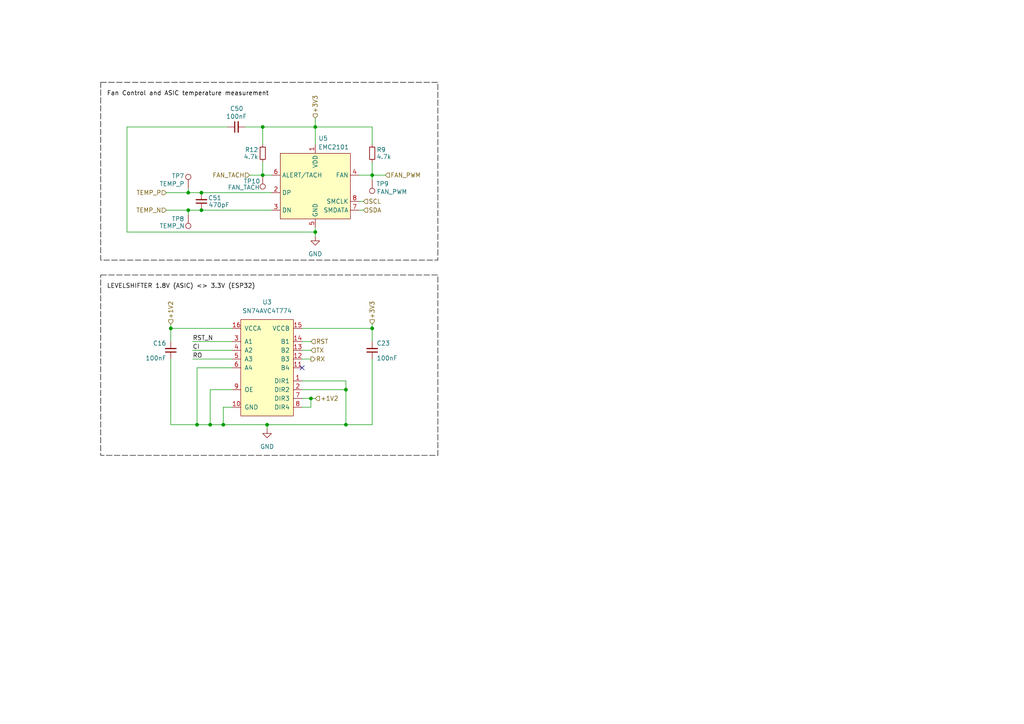
<source format=kicad_sch>
(kicad_sch (version 20231120) (generator "eeschema") (generator_version "8.0")
  (paper "A4")
  (title_block (title "Blockchain Guard") (date "2025-01-03") (rev "1.0.0") (company "Blockchain Guards UG"))
  (lib_symbols
    (symbol "Connector:TestPoint" (pin_numbers hide) (pin_names (offset 0.762) hide)
      (property "Reference" "TP" (at 0 6.858 0))
      (property "Value" "TestPoint" (at 0 5.08 0))
      (symbol "TestPoint_0_1"
        (circle (center 0 3.302) (radius 0.762))
      )
      (symbol "TestPoint_1_1"
        (pin passive line (at 0 0 90) (length 2.54) (name "1") (number "1"))
      )
    )
    (symbol "Device:C_Small" (pin_numbers hide) (pin_names (offset 0.254) hide)
      (property "Reference" "C" (at 0.254 1.778 0))
      (property "Value" "C_Small" (at 0.254 -2.032 0))
      (symbol "C_Small_0_1"
        (polyline (pts (xy -1.524 -0.508) (xy 1.524 -0.508)) (stroke (width 0.3302)))
        (polyline (pts (xy -1.524 0.508) (xy 1.524 0.508)) (stroke (width 0.3048)))
      )
      (symbol "C_Small_1_1"
        (pin passive line (at 0 2.54 270) (length 2.032) (name "~") (number "1"))
        (pin passive line (at 0 -2.54 90) (length 2.032) (name "~") (number "2"))
      )
    )
    (symbol "Device:R_Small" (pin_numbers hide) (pin_names (offset 0.254) hide)
      (property "Reference" "R" (at 0.762 0.508 0))
      (property "Value" "R_Small" (at 0.762 -1.016 0))
      (symbol "R_Small_0_1"
        (rectangle (start -0.762 1.778) (end 0.762 -1.778) (stroke (width 0.2032)))
      )
      (symbol "R_Small_1_1"
        (pin passive line (at 0 2.54 270) (length 0.762) (name "~") (number "1"))
        (pin passive line (at 0 -2.54 90) (length 0.762) (name "~") (number "2"))
      )
    )
    (symbol "Level_Shifter_BK:SN74AVC4T774" (pin_names (offset 1.016))
      (property "Reference" "U9" (at 0 15.24 0))
      (property "Value" "SN74AVC4T774" (at 0 12.7 0))
      (symbol "SN74AVC4T774_0_0"
        (rectangle (start -7.62 11.43) (end 7.62 -16.51) (stroke (width 0.1524)) (fill (type background)))
      )
      (symbol "SN74AVC4T774_1_0"
        (pin input line (at 10.16 -6.35 180) (length 2.54) (name "DIR1") (number "1"))
        (pin power_in line (at -10.16 -13.97 0) (length 2.54) (name "GND") (number "10"))
        (pin bidirectional line (at 10.16 -2.54 180) (length 2.54) (name "B4") (number "11"))
        (pin bidirectional line (at 10.16 0 180) (length 2.54) (name "B3") (number "12"))
        (pin bidirectional line (at 10.16 2.54 180) (length 2.54) (name "B2") (number "13"))
        (pin bidirectional line (at 10.16 5.08 180) (length 2.54) (name "B1") (number "14"))
        (pin power_in line (at 10.16 8.89 180) (length 2.54) (name "VCCB") (number "15"))
        (pin power_in line (at -10.16 8.89 0) (length 2.54) (name "VCCA") (number "16"))
        (pin input line (at 10.16 -8.89 180) (length 2.54) (name "DIR2") (number "2"))
        (pin bidirectional line (at -10.16 5.08 0) (length 2.54) (name "A1") (number "3"))
        (pin bidirectional line (at -10.16 2.54 0) (length 2.54) (name "A2") (number "4"))
        (pin bidirectional line (at -10.16 0 0) (length 2.54) (name "A3") (number "5"))
        (pin bidirectional line (at -10.16 -2.54 0) (length 2.54) (name "A4") (number "6"))
        (pin input line (at 10.16 -11.43 180) (length 2.54) (name "DIR3") (number "7"))
        (pin input line (at 10.16 -13.97 180) (length 2.54) (name "DIR4") (number "8"))
        (pin input line (at -10.16 -8.89 0) (length 2.54) (name "OE") (number "9"))
      )
    )
    (symbol "Sensors_BK:EMC2101"
      (property "Reference" "U7" (at 4.318 -9.652 0))
      (property "Value" "EMC2101" (at 7.366 -11.938 0))
      (symbol "EMC2101_0_1"
        (rectangle (start -10.16 11.43) (end 10.16 -7.62) (stroke (width 0.1524)) (fill (type background)))
      )
      (symbol "EMC2101_1_1"
        (pin power_in line (at 0 13.97 270) (length 2.54) (name "VDD") (number "1"))
        (pin input line (at -12.7 0 0) (length 2.54) (name "DP") (number "2"))
        (pin input line (at -12.7 -5.08 0) (length 2.54) (name "DN") (number "3"))
        (pin output line (at 12.7 5.08 180) (length 2.54) (name "FAN") (number "4"))
        (pin power_in line (at 0 -10.16 90) (length 2.54) (name "GND") (number "5"))
        (pin input line (at -12.7 5.08 0) (length 2.54) (name "ALERT/TACH") (number "6"))
        (pin input line (at 12.7 -5.08 180) (length 2.54) (name "SMDATA") (number "7"))
        (pin input line (at 12.7 -2.54 180) (length 2.54) (name "SMCLK") (number "8"))
      )
    )
    (symbol "power:GND" (power) (pin_numbers hide) (pin_names (offset 0) hide)
      (property "Value" "GND" (at 0 -3.81 0))
      (symbol "GND_0_1"
        (polyline (pts (xy 0 0) (xy 0 -1.27) (xy 1.27 -1.27) (xy 0 -2.54) (xy -1.27 -1.27) (xy 0 -1.27)))
      )
      (symbol "GND_1_1"
        (pin power_in line (at 0 0 270) (length 0) (name "~") (number "1"))
      )
    )
  )
  (junction (at 77.47 123.19))
  (junction (at 54.61 60.96))
  (junction (at 60.96 123.19))
  (junction (at 100.33 113.03))
  (junction (at 76.2 36.83))
  (junction (at 64.77 123.19))
  (junction (at 91.44 36.83))
  (junction (at 91.44 67.31))
  (junction (at 100.33 123.19))
  (junction (at 107.95 95.25))
  (junction (at 57.15 123.19))
  (junction (at 90.17 115.57))
  (junction (at 107.95 50.8))
  (junction (at 58.42 60.96))
  (junction (at 58.42 55.88))
  (junction (at 54.61 55.88))
  (junction (at 49.53 95.25))
  (junction (at 76.2 50.8))
  (no_connect (at 87.63 106.68))
  (wire (pts (xy 87.63 99.06) (xy 90.17 99.06)))
  (wire (pts (xy 90.17 115.57) (xy 91.44 115.57)))
  (wire (pts (xy 36.83 36.83) (xy 36.83 67.31)))
  (wire (pts (xy 55.88 104.14) (xy 67.31 104.14)))
  (wire (pts (xy 104.14 60.96) (xy 105.41 60.96)))
  (wire (pts (xy 49.53 95.25) (xy 49.53 99.06)))
  (wire (pts (xy 107.95 46.99) (xy 107.95 50.8)))
  (wire (pts (xy 64.77 123.19) (xy 77.47 123.19)))
  (wire (pts (xy 87.63 115.57) (xy 90.17 115.57)))
  (wire (pts (xy 76.2 50.8) (xy 78.74 50.8)))
  (wire (pts (xy 107.95 50.8) (xy 107.95 52.07)))
  (wire (pts (xy 48.26 60.96) (xy 54.61 60.96)))
  (wire (pts (xy 76.2 36.83) (xy 76.2 41.91)))
  (wire (pts (xy 57.15 106.68) (xy 57.15 123.19)))
  (wire (pts (xy 67.31 113.03) (xy 60.96 113.03)))
  (wire (pts (xy 49.53 95.25) (xy 67.31 95.25)))
  (wire (pts (xy 71.12 36.83) (xy 76.2 36.83)))
  (wire (pts (xy 64.77 118.11) (xy 64.77 123.19)))
  (wire (pts (xy 49.53 123.19) (xy 57.15 123.19)))
  (wire (pts (xy 72.39 50.8) (xy 76.2 50.8)))
  (wire (pts (xy 87.63 95.25) (xy 107.95 95.25)))
  (wire (pts (xy 100.33 113.03) (xy 100.33 123.19)))
  (wire (pts (xy 91.44 34.29) (xy 91.44 36.83)))
  (wire (pts (xy 107.95 36.83) (xy 107.95 41.91)))
  (wire (pts (xy 91.44 66.04) (xy 91.44 67.31)))
  (wire (pts (xy 54.61 54.61) (xy 54.61 55.88)))
  (wire (pts (xy 87.63 118.11) (xy 90.17 118.11)))
  (wire (pts (xy 67.31 106.68) (xy 57.15 106.68)))
  (wire (pts (xy 54.61 60.96) (xy 54.61 62.23)))
  (wire (pts (xy 107.95 50.8) (xy 111.76 50.8)))
  (wire (pts (xy 66.04 36.83) (xy 36.83 36.83)))
  (wire (pts (xy 100.33 123.19) (xy 107.95 123.19)))
  (wire (pts (xy 54.61 55.88) (xy 58.42 55.88)))
  (wire (pts (xy 58.42 60.96) (xy 78.74 60.96)))
  (wire (pts (xy 67.31 118.11) (xy 64.77 118.11)))
  (wire (pts (xy 76.2 36.83) (xy 91.44 36.83)))
  (wire (pts (xy 104.14 58.42) (xy 105.41 58.42)))
  (wire (pts (xy 87.63 113.03) (xy 100.33 113.03)))
  (wire (pts (xy 48.26 55.88) (xy 54.61 55.88)))
  (wire (pts (xy 104.14 50.8) (xy 107.95 50.8)))
  (wire (pts (xy 60.96 123.19) (xy 64.77 123.19)))
  (wire (pts (xy 107.95 93.98) (xy 107.95 95.25)))
  (wire (pts (xy 107.95 95.25) (xy 107.95 99.06)))
  (wire (pts (xy 91.44 36.83) (xy 107.95 36.83)))
  (wire (pts (xy 49.53 93.98) (xy 49.53 95.25)))
  (wire (pts (xy 49.53 104.14) (xy 49.53 123.19)))
  (wire (pts (xy 55.88 101.6) (xy 67.31 101.6)))
  (wire (pts (xy 77.47 123.19) (xy 100.33 123.19)))
  (wire (pts (xy 36.83 67.31) (xy 91.44 67.31)))
  (wire (pts (xy 77.47 124.46) (xy 77.47 123.19)))
  (wire (pts (xy 54.61 60.96) (xy 58.42 60.96)))
  (wire (pts (xy 87.63 110.49) (xy 100.33 110.49)))
  (wire (pts (xy 60.96 113.03) (xy 60.96 123.19)))
  (wire (pts (xy 55.88 99.06) (xy 67.31 99.06)))
  (wire (pts (xy 87.63 104.14) (xy 90.17 104.14)))
  (wire (pts (xy 87.63 101.6) (xy 90.17 101.6)))
  (wire (pts (xy 91.44 36.83) (xy 91.44 41.91)))
  (wire (pts (xy 58.42 55.88) (xy 78.74 55.88)))
  (wire (pts (xy 76.2 46.99) (xy 76.2 50.8)))
  (wire (pts (xy 91.44 67.31) (xy 91.44 68.58)))
  (wire (pts (xy 107.95 104.14) (xy 107.95 123.19)))
  (wire (pts (xy 100.33 110.49) (xy 100.33 113.03)))
  (wire (pts (xy 90.17 115.57) (xy 90.17 118.11)))
  (wire (pts (xy 57.15 123.19) (xy 60.96 123.19)))
  (rectangle (start 29.21 79.756) (end 127 132.08) (stroke (width 0) (type dash) (color 0 0 0 1)))
  (rectangle (start 29.21 23.876) (end 127 75.438) (stroke (width 0) (type dash) (color 0 0 0 1)))
  (text "LEVELSHIFTER 1.8V (ASIC) <> 3.3V (ESP32)" (at 30.988 83.82 0) (effects (font (size 1.27 1.27)) (justify left bottom)))
  (text "Fan Control and ASIC temperature measurement" (at 30.988 27.94 0) (effects (font (size 1.27 1.27)) (justify left bottom)))
  (label "RST_N" (at 55.88 99.06 0))
  (label "RO" (at 55.88 104.14 0))
  (label "CI" (at 55.88 101.6 0))
  (hierarchical_label "+1V2" (shape input) (at 91.44 115.57 0))
  (hierarchical_label "+3V3" (shape input) (at 107.95 93.98 90))
  (hierarchical_label "TEMP_P" (shape input) (at 48.26 55.88 180))
  (hierarchical_label "TX" (shape input) (at 90.17 101.6 0))
  (hierarchical_label "RX" (shape output) (at 90.17 104.14 0))
  (hierarchical_label "SDA" (shape input) (at 105.41 60.96 0))
  (hierarchical_label "RST" (shape input) (at 90.17 99.06 0))
  (hierarchical_label "+1V2" (shape input) (at 49.53 93.98 90))
  (hierarchical_label "TEMP_N" (shape input) (at 48.26 60.96 180))
  (hierarchical_label "FAN_TACH" (shape input) (at 72.39 50.8 180))
  (hierarchical_label "FAN_PWM" (shape input) (at 111.76 50.8 0))
  (hierarchical_label "+3V3" (shape input) (at 91.44 34.29 90))
  (hierarchical_label "SCL" (shape input) (at 105.41 58.42 0))
  (symbol (lib_id "Connector:TestPoint") (at 54.61 54.61 0) (unit 1)
    (property "Reference" "TP7" (at 49.784 51.054 0) (effects (justify left)))
    (property "Value" "TEMP_P" (at 46.228 53.34 0) (effects (justify left)))
    (property "Footprint" "TestPoint:TestPoint_Pad_1.0x1.0mm" (effects (hide yes)))
  )
  (symbol (lib_id "Connector:TestPoint") (at 54.61 62.23 0) (mirror x) (unit 1)
    (property "Reference" "TP8" (at 49.784 63.5 0) (effects (justify left)))
    (property "Value" "TEMP_N" (at 46.228 65.532 0) (effects (justify left)))
    (property "Footprint" "TestPoint:TestPoint_Pad_1.0x1.0mm" (effects (hide yes)))
  )
  (symbol (lib_id "Connector:TestPoint") (at 107.95 52.07 180) (unit 1)
    (property "Reference" "TP9" (at 112.776 53.34 0) (effects (justify left)))
    (property "Value" "FAN_PWM" (at 118.11 55.626 0) (effects (justify left)))
    (property "Footprint" "TestPoint:TestPoint_Pad_1.0x1.0mm" (effects (hide yes)))
  )
  (symbol (lib_id "Device:C_Small") (at 58.42 58.42 180) (unit 1)
    (property "Reference" "C51" (at 64.262 57.404 0) (effects (justify left)))
    (property "Value" "470pF" (at 66.548 59.436 0) (effects (justify left)))
    (property "Footprint" "Capacitor_SMD:C_0603_1608Metric" (effects (hide yes)))
    (property "Datasheet" "https://www.lcsc.com/datasheet/lcsc_datasheet_2304140030_FH--Guangdong-Fenghua-Advanced-Tech-0603B471K500NT_C1620.pdf" (effects (hide yes)))
    (property "LCSC" "C1620" (effects (hide yes)))
  )
  (symbol (lib_id "Device:C_Small") (at 68.58 36.83 90) (mirror x) (unit 1)
    (property "Reference" "C50" (at 70.612 31.496 90) (effects (justify left)))
    (property "Value" "100nF" (at 71.628 33.782 90) (effects (justify left)))
    (property "Footprint" "Capacitor_SMD:C_0603_1608Metric" (effects (hide yes)))
    (property "Datasheet" "https://www.lcsc.com/datasheet/lcsc_datasheet_2304140030_FH--Guangdong-Fenghua-Advanced-Tech-0603F104M500NT_C42998.pdf" (effects (hide yes)))
    (property "LCSC" "C42998" (effects (hide yes)))
  )
  (symbol (lib_id "Device:C_Small") (at 107.95 101.6 0) (mirror x) (unit 1)
    (property "Reference" "C23" (at 109.22 99.568 0) (effects (justify left)))
    (property "Value" "100nF" (at 109.22 103.886 0) (effects (justify left)))
    (property "Footprint" "Capacitor_SMD:C_0603_1608Metric" (effects (hide yes)))
    (property "Datasheet" "https://www.lcsc.com/datasheet/lcsc_datasheet_2304140030_FH--Guangdong-Fenghua-Advanced-Tech-0603F104M500NT_C42998.pdf" (effects (hide yes)))
    (property "LCSC" "C42998" (effects (hide yes)))
  )
  (symbol (lib_id "Connector:TestPoint") (at 76.2 50.8 0) (mirror x) (unit 1)
    (property "Reference" "TP10" (at 70.612 52.578 0) (effects (justify left)))
    (property "Value" "FAN_TACH" (at 66.04 54.356 0) (effects (justify left)))
    (property "Footprint" "TestPoint:TestPoint_Pad_1.0x1.0mm" (effects (hide yes)))
  )
  (symbol (lib_id "power:GND") (at 77.47 124.46 0) (unit 1)
    (property "Reference" "#PWR01" (effects (hide yes)))
    (property "Value" "GND" (at 77.47 129.54 0))
    (property "Description" "Power symbol creates a global label with name \"GND\" , ground" (effects (hide yes)))
  )
  (symbol (lib_id "Device:C_Small") (at 49.53 101.6 180) (unit 1)
    (property "Reference" "C16" (at 48.26 99.568 0) (effects (justify left)))
    (property "Value" "100nF" (at 48.26 103.886 0) (effects (justify left)))
    (property "Footprint" "Capacitor_SMD:C_0603_1608Metric" (effects (hide yes)))
    (property "Datasheet" "https://www.lcsc.com/datasheet/lcsc_datasheet_2304140030_FH--Guangdong-Fenghua-Advanced-Tech-0603F104M500NT_C42998.pdf" (effects (hide yes)))
    (property "LCSC" "C42998" (effects (hide yes)))
  )
  (symbol (lib_id "Level_Shifter_BK:SN74AVC4T774") (at 77.47 104.14 0) (unit 1)
    (property "Reference" "U3" (at 77.47 87.63 0))
    (property "Value" "SN74AVC4T774" (at 77.47 90.17 0))
    (property "Footprint" "Package_SO:TSSOP-16_4.4x5mm_P0.65mm" (effects (hide yes)))
    (property "Datasheet" "https://www.lcsc.com/datasheet/lcsc_datasheet_2410010302_Texas-Instruments-SN74AVC4T774PWR_C129363.pdf" (effects (hide yes)))
    (property "LCSC" "C129363" (effects (hide yes)))
  )
  (symbol (lib_id "Device:R_Small") (at 76.2 44.45 180) (unit 1)
    (property "Reference" "R12" (at 74.93 43.434 0) (effects (justify left)))
    (property "Value" "4.7k" (at 74.93 45.466 0) (effects (justify left)))
    (property "Footprint" "Resistor_SMD:R_0603_1608Metric" (effects (hide yes)))
    (property "Datasheet" "https://www.lcsc.com/datasheet/lcsc_datasheet_2304140030_YAGEO-RC0603JR-074K7L_C105428.pdf" (effects (hide yes)))
    (property "LCSC" "C105428" (effects (hide yes)))
  )
  (symbol (lib_id "Sensors_BK:EMC2101") (at 91.44 55.88 0) (unit 1)
    (property "Reference" "U5" (at 93.726 40.132 0))
    (property "Value" "EMC2101" (at 96.774 42.672 0))
    (property "Footprint" "Package_SO:TSSOP-8_3x3mm_P0.65mm" (effects (hide yes)))
    (property "Datasheet" "https://ww1.microchip.com/downloads/en/DeviceDoc/2101.pdf" (effects (hide yes)))
    (property "LCSC" "C148036" (effects (hide yes)))
    (property "DK" "EMC2101-R-ACZL-CT-ND" (effects (hide yes)))
    (property "PARTNO" "EMC2101-R-ACZL-TR" (effects (hide yes)))
  )
  (symbol (lib_id "Device:R_Small") (at 107.95 44.45 0) (mirror x) (unit 1)
    (property "Reference" "R9" (at 109.22 43.434 0) (effects (justify left)))
    (property "Value" "4.7k" (at 109.22 45.466 0) (effects (justify left)))
    (property "Footprint" "Resistor_SMD:R_0603_1608Metric" (effects (hide yes)))
    (property "Datasheet" "https://www.lcsc.com/datasheet/lcsc_datasheet_2304140030_YAGEO-RC0603JR-074K7L_C105428.pdf" (effects (hide yes)))
    (property "LCSC" "C105428" (effects (hide yes)))
  )
  (symbol (lib_id "power:GND") (at 91.44 68.58 0) (unit 1)
    (property "Reference" "#PWR018" (effects (hide yes)))
    (property "Value" "GND" (at 91.44 73.66 0))
    (property "Description" "Power symbol creates a global label with name \"GND\" , ground" (effects (hide yes)))
  )
)
</source>
